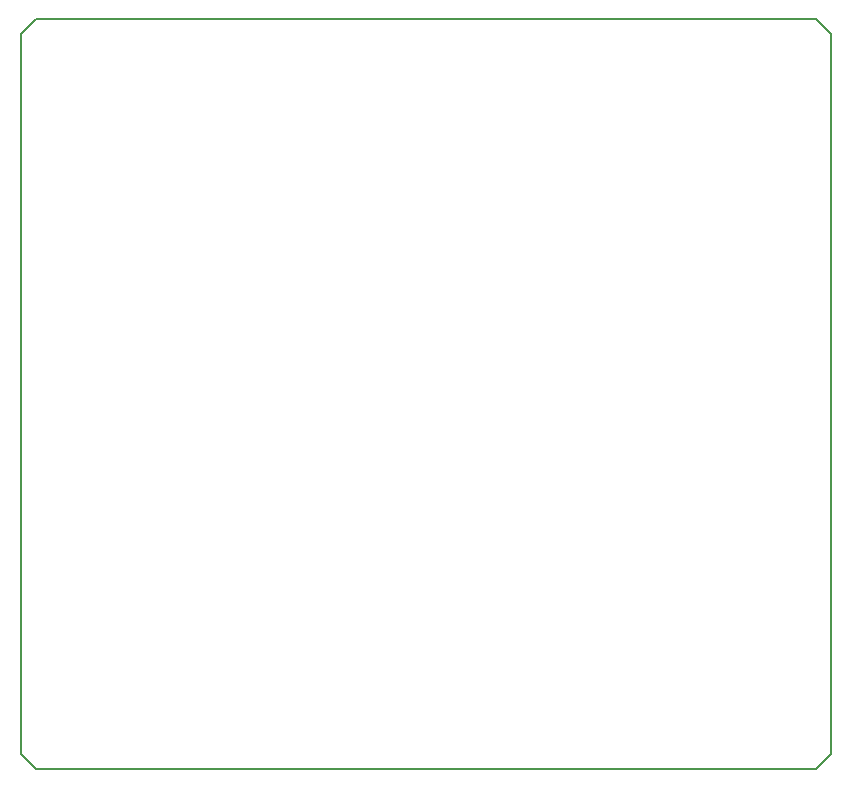
<source format=gbr>
%TF.GenerationSoftware,Novarm,DipTrace,3.2.0.1*%
%TF.CreationDate,2018-09-17T07:16:29-08:00*%
%FSLAX26Y26*%
%MOIN*%
%TF.FileFunction,Profile*%
%TF.Part,Single*%
%ADD11C,0.005512*%
G75*
G01*
%LPD*%
X443701Y2893701D2*
D11*
X393701Y2843701D1*
Y443701D1*
X443701Y393701D1*
X3043701D1*
X3093701Y443701D1*
Y2843701D1*
X3043701Y2893701D1*
X443701D1*
M02*

</source>
